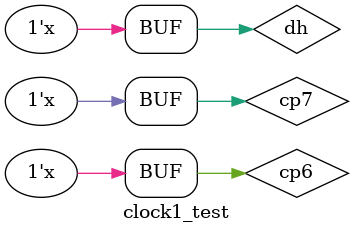
<source format=v>
module clock1_test();
reg dh,cp6,cp7;
wire b,bb,cp15,cp15b;

clock1	u1(.DH(dh),.CP6(cp6),.CP7(cp7),.B(b),.BB(bb),.CP15(cp15),.CP15B(cp15b));

initial
begin
dh=0;
cp6=0;
cp7=0;
end

always
begin
#50 dh=~dh;
end

always
begin
#5 cp6=~cp6;
end

always
begin
#8 cp7=~cp7;
end

endmodule
</source>
